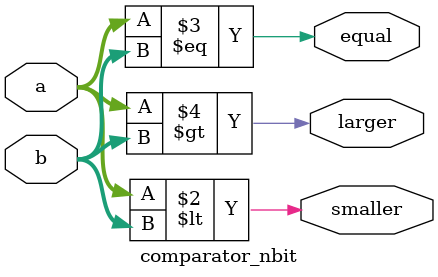
<source format=v>
`timescale 1ns / 1ps

module comparator_nbit
    #(parameter N = 3)
    (
    input [N-1:0] a, b,
    output reg smaller, equal, larger
    );
    always @(*) begin
        smaller = (a < b);
        equal = (a == b);
        larger = (a > b);
    end
endmodule
</source>
